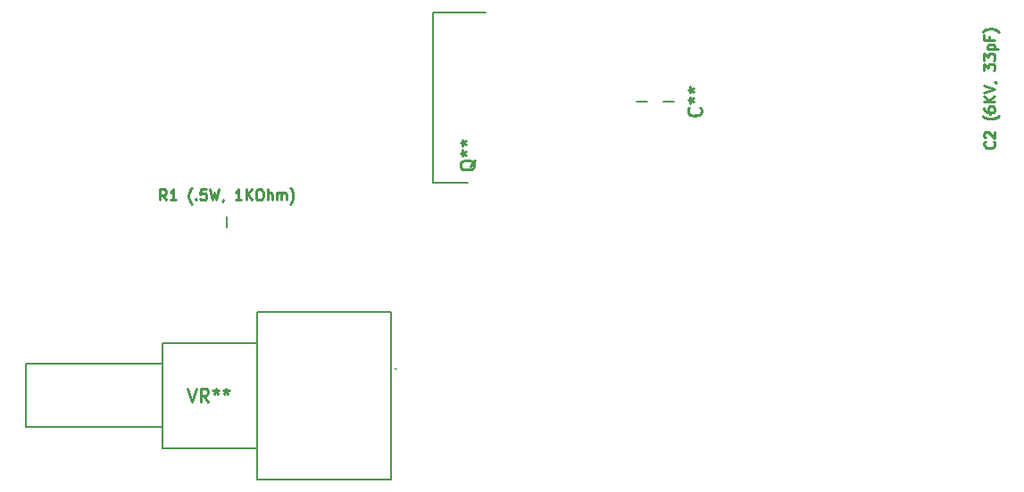
<source format=gto>
%TF.GenerationSoftware,KiCad,Pcbnew,5.1.9+dfsg1-1+deb11u1*%
%TF.CreationDate,2023-05-03T00:18:42-05:00*%
%TF.ProjectId,PCB Test Design,50434220-5465-4737-9420-44657369676e,rev?*%
%TF.SameCoordinates,Original*%
%TF.FileFunction,Legend,Top*%
%TF.FilePolarity,Positive*%
%FSLAX46Y46*%
G04 Gerber Fmt 4.6, Leading zero omitted, Abs format (unit mm)*
G04 Created by KiCad (PCBNEW 5.1.9+dfsg1-1+deb11u1) date 2023-05-03 00:18:42*
%MOMM*%
%LPD*%
G01*
G04 APERTURE LIST*
%ADD10C,0.254000*%
%ADD11C,0.200000*%
%ADD12C,0.100000*%
%ADD13C,0.250000*%
G04 APERTURE END LIST*
D10*
%TO.C, *%
X154990000Y-80010000D02*
G75*
G03*
X154990000Y-80010000I-50000J0D01*
G01*
%TO.C,C2 (6KV\u002C 33pF)*%
X182930000Y-80010000D02*
G75*
G03*
X182930000Y-80010000I-50000J0D01*
G01*
D11*
%TO.C, *%
X150385000Y-78740000D02*
X149335000Y-78740000D01*
%TO.C,C\u002A\u002A*%
X152925000Y-78740000D02*
X151875000Y-78740000D01*
X152925000Y-78740000D02*
X151875000Y-78740000D01*
%TO.C,R1 (.5W\u002C 1KOhm)*%
X110490000Y-89645000D02*
X110490000Y-90695000D01*
%TO.C,VR\u002A\u002A*%
X126110000Y-114620000D02*
X113410000Y-114620000D01*
X113410000Y-114620000D02*
X113410000Y-98740000D01*
X113410000Y-98740000D02*
X126110000Y-98740000D01*
X126110000Y-98740000D02*
X126110000Y-114620000D01*
X113410000Y-111680000D02*
X104410000Y-111680000D01*
X104410000Y-111680000D02*
X104410000Y-101680000D01*
X104410000Y-101680000D02*
X113410000Y-101680000D01*
X113410000Y-101680000D02*
X113410000Y-111680000D01*
X104410000Y-109680000D02*
X91410000Y-109680000D01*
X91410000Y-109680000D02*
X91410000Y-103680000D01*
X91410000Y-103680000D02*
X104410000Y-103680000D01*
X104410000Y-103680000D02*
X104410000Y-109680000D01*
D12*
X126560000Y-104140000D02*
X126560000Y-104140000D01*
X126460000Y-104140000D02*
X126460000Y-104140000D01*
X126460000Y-104140000D02*
G75*
G02*
X126560000Y-104140000I50000J0D01*
G01*
X126560000Y-104140000D02*
G75*
G02*
X126460000Y-104140000I-50000J0D01*
G01*
D11*
%TO.C,Q\u002A\u002A*%
X130075000Y-86470000D02*
X133350000Y-86470000D01*
X130075000Y-70270000D02*
X130075000Y-86470000D01*
X135075000Y-70270000D02*
X130075000Y-70270000D01*
%TO.C, *%
D10*
%TO.C,C2 (6KV\u002C 33pF)*%
D13*
X183237142Y-82541428D02*
X183284761Y-82589047D01*
X183332380Y-82731904D01*
X183332380Y-82827142D01*
X183284761Y-82970000D01*
X183189523Y-83065238D01*
X183094285Y-83112857D01*
X182903809Y-83160476D01*
X182760952Y-83160476D01*
X182570476Y-83112857D01*
X182475238Y-83065238D01*
X182380000Y-82970000D01*
X182332380Y-82827142D01*
X182332380Y-82731904D01*
X182380000Y-82589047D01*
X182427619Y-82541428D01*
X182427619Y-82160476D02*
X182380000Y-82112857D01*
X182332380Y-82017619D01*
X182332380Y-81779523D01*
X182380000Y-81684285D01*
X182427619Y-81636666D01*
X182522857Y-81589047D01*
X182618095Y-81589047D01*
X182760952Y-81636666D01*
X183332380Y-82208095D01*
X183332380Y-81589047D01*
X183713333Y-80112857D02*
X183665714Y-80160476D01*
X183522857Y-80255714D01*
X183427619Y-80303333D01*
X183284761Y-80350952D01*
X183046666Y-80398571D01*
X182856190Y-80398571D01*
X182618095Y-80350952D01*
X182475238Y-80303333D01*
X182380000Y-80255714D01*
X182237142Y-80160476D01*
X182189523Y-80112857D01*
X182332380Y-79303333D02*
X182332380Y-79493809D01*
X182380000Y-79589047D01*
X182427619Y-79636666D01*
X182570476Y-79731904D01*
X182760952Y-79779523D01*
X183141904Y-79779523D01*
X183237142Y-79731904D01*
X183284761Y-79684285D01*
X183332380Y-79589047D01*
X183332380Y-79398571D01*
X183284761Y-79303333D01*
X183237142Y-79255714D01*
X183141904Y-79208095D01*
X182903809Y-79208095D01*
X182808571Y-79255714D01*
X182760952Y-79303333D01*
X182713333Y-79398571D01*
X182713333Y-79589047D01*
X182760952Y-79684285D01*
X182808571Y-79731904D01*
X182903809Y-79779523D01*
X183332380Y-78779523D02*
X182332380Y-78779523D01*
X183332380Y-78208095D02*
X182760952Y-78636666D01*
X182332380Y-78208095D02*
X182903809Y-78779523D01*
X182332380Y-77922380D02*
X183332380Y-77589047D01*
X182332380Y-77255714D01*
X183284761Y-76874761D02*
X183332380Y-76874761D01*
X183427619Y-76922380D01*
X183475238Y-76970000D01*
X182332380Y-75779523D02*
X182332380Y-75160476D01*
X182713333Y-75493809D01*
X182713333Y-75350952D01*
X182760952Y-75255714D01*
X182808571Y-75208095D01*
X182903809Y-75160476D01*
X183141904Y-75160476D01*
X183237142Y-75208095D01*
X183284761Y-75255714D01*
X183332380Y-75350952D01*
X183332380Y-75636666D01*
X183284761Y-75731904D01*
X183237142Y-75779523D01*
X182332380Y-74827142D02*
X182332380Y-74208095D01*
X182713333Y-74541428D01*
X182713333Y-74398571D01*
X182760952Y-74303333D01*
X182808571Y-74255714D01*
X182903809Y-74208095D01*
X183141904Y-74208095D01*
X183237142Y-74255714D01*
X183284761Y-74303333D01*
X183332380Y-74398571D01*
X183332380Y-74684285D01*
X183284761Y-74779523D01*
X183237142Y-74827142D01*
X182665714Y-73779523D02*
X183665714Y-73779523D01*
X182713333Y-73779523D02*
X182665714Y-73684285D01*
X182665714Y-73493809D01*
X182713333Y-73398571D01*
X182760952Y-73350952D01*
X182856190Y-73303333D01*
X183141904Y-73303333D01*
X183237142Y-73350952D01*
X183284761Y-73398571D01*
X183332380Y-73493809D01*
X183332380Y-73684285D01*
X183284761Y-73779523D01*
X182808571Y-72541428D02*
X182808571Y-72874761D01*
X183332380Y-72874761D02*
X182332380Y-72874761D01*
X182332380Y-72398571D01*
X183713333Y-72112857D02*
X183665714Y-72065238D01*
X183522857Y-71970000D01*
X183427619Y-71922380D01*
X183284761Y-71874761D01*
X183046666Y-71827142D01*
X182856190Y-71827142D01*
X182618095Y-71874761D01*
X182475238Y-71922380D01*
X182380000Y-71970000D01*
X182237142Y-72065238D01*
X182189523Y-72112857D01*
%TO.C, *%
D10*
%TO.C,C\u002A\u002A*%
X155393571Y-79314523D02*
X155454047Y-79375000D01*
X155514523Y-79556428D01*
X155514523Y-79677380D01*
X155454047Y-79858809D01*
X155333095Y-79979761D01*
X155212142Y-80040238D01*
X154970238Y-80100714D01*
X154788809Y-80100714D01*
X154546904Y-80040238D01*
X154425952Y-79979761D01*
X154305000Y-79858809D01*
X154244523Y-79677380D01*
X154244523Y-79556428D01*
X154305000Y-79375000D01*
X154365476Y-79314523D01*
X154244523Y-78588809D02*
X154546904Y-78588809D01*
X154425952Y-78891190D02*
X154546904Y-78588809D01*
X154425952Y-78286428D01*
X154788809Y-78770238D02*
X154546904Y-78588809D01*
X154788809Y-78407380D01*
X154244523Y-77621190D02*
X154546904Y-77621190D01*
X154425952Y-77923571D02*
X154546904Y-77621190D01*
X154425952Y-77318809D01*
X154788809Y-77802619D02*
X154546904Y-77621190D01*
X154788809Y-77439761D01*
X155393571Y-79314523D02*
X155454047Y-79375000D01*
X155514523Y-79556428D01*
X155514523Y-79677380D01*
X155454047Y-79858809D01*
X155333095Y-79979761D01*
X155212142Y-80040238D01*
X154970238Y-80100714D01*
X154788809Y-80100714D01*
X154546904Y-80040238D01*
X154425952Y-79979761D01*
X154305000Y-79858809D01*
X154244523Y-79677380D01*
X154244523Y-79556428D01*
X154305000Y-79375000D01*
X154365476Y-79314523D01*
X154244523Y-78588809D02*
X154546904Y-78588809D01*
X154425952Y-78891190D02*
X154546904Y-78588809D01*
X154425952Y-78286428D01*
X154788809Y-78770238D02*
X154546904Y-78588809D01*
X154788809Y-78407380D01*
X154244523Y-77621190D02*
X154546904Y-77621190D01*
X154425952Y-77923571D02*
X154546904Y-77621190D01*
X154425952Y-77318809D01*
X154788809Y-77802619D02*
X154546904Y-77621190D01*
X154788809Y-77439761D01*
%TO.C,R1 (.5W\u002C 1KOhm)*%
D13*
X104751904Y-88082380D02*
X104418571Y-87606190D01*
X104180476Y-88082380D02*
X104180476Y-87082380D01*
X104561428Y-87082380D01*
X104656666Y-87130000D01*
X104704285Y-87177619D01*
X104751904Y-87272857D01*
X104751904Y-87415714D01*
X104704285Y-87510952D01*
X104656666Y-87558571D01*
X104561428Y-87606190D01*
X104180476Y-87606190D01*
X105704285Y-88082380D02*
X105132857Y-88082380D01*
X105418571Y-88082380D02*
X105418571Y-87082380D01*
X105323333Y-87225238D01*
X105228095Y-87320476D01*
X105132857Y-87368095D01*
X107180476Y-88463333D02*
X107132857Y-88415714D01*
X107037619Y-88272857D01*
X106990000Y-88177619D01*
X106942380Y-88034761D01*
X106894761Y-87796666D01*
X106894761Y-87606190D01*
X106942380Y-87368095D01*
X106990000Y-87225238D01*
X107037619Y-87130000D01*
X107132857Y-86987142D01*
X107180476Y-86939523D01*
X107561428Y-87987142D02*
X107609047Y-88034761D01*
X107561428Y-88082380D01*
X107513809Y-88034761D01*
X107561428Y-87987142D01*
X107561428Y-88082380D01*
X108513809Y-87082380D02*
X108037619Y-87082380D01*
X107990000Y-87558571D01*
X108037619Y-87510952D01*
X108132857Y-87463333D01*
X108370952Y-87463333D01*
X108466190Y-87510952D01*
X108513809Y-87558571D01*
X108561428Y-87653809D01*
X108561428Y-87891904D01*
X108513809Y-87987142D01*
X108466190Y-88034761D01*
X108370952Y-88082380D01*
X108132857Y-88082380D01*
X108037619Y-88034761D01*
X107990000Y-87987142D01*
X108894761Y-87082380D02*
X109132857Y-88082380D01*
X109323333Y-87368095D01*
X109513809Y-88082380D01*
X109751904Y-87082380D01*
X110180476Y-88034761D02*
X110180476Y-88082380D01*
X110132857Y-88177619D01*
X110085238Y-88225238D01*
X111894761Y-88082380D02*
X111323333Y-88082380D01*
X111609047Y-88082380D02*
X111609047Y-87082380D01*
X111513809Y-87225238D01*
X111418571Y-87320476D01*
X111323333Y-87368095D01*
X112323333Y-88082380D02*
X112323333Y-87082380D01*
X112894761Y-88082380D02*
X112466190Y-87510952D01*
X112894761Y-87082380D02*
X112323333Y-87653809D01*
X113513809Y-87082380D02*
X113704285Y-87082380D01*
X113799523Y-87130000D01*
X113894761Y-87225238D01*
X113942380Y-87415714D01*
X113942380Y-87749047D01*
X113894761Y-87939523D01*
X113799523Y-88034761D01*
X113704285Y-88082380D01*
X113513809Y-88082380D01*
X113418571Y-88034761D01*
X113323333Y-87939523D01*
X113275714Y-87749047D01*
X113275714Y-87415714D01*
X113323333Y-87225238D01*
X113418571Y-87130000D01*
X113513809Y-87082380D01*
X114370952Y-88082380D02*
X114370952Y-87082380D01*
X114799523Y-88082380D02*
X114799523Y-87558571D01*
X114751904Y-87463333D01*
X114656666Y-87415714D01*
X114513809Y-87415714D01*
X114418571Y-87463333D01*
X114370952Y-87510952D01*
X115275714Y-88082380D02*
X115275714Y-87415714D01*
X115275714Y-87510952D02*
X115323333Y-87463333D01*
X115418571Y-87415714D01*
X115561428Y-87415714D01*
X115656666Y-87463333D01*
X115704285Y-87558571D01*
X115704285Y-88082380D01*
X115704285Y-87558571D02*
X115751904Y-87463333D01*
X115847142Y-87415714D01*
X115990000Y-87415714D01*
X116085238Y-87463333D01*
X116132857Y-87558571D01*
X116132857Y-88082380D01*
X116513809Y-88463333D02*
X116561428Y-88415714D01*
X116656666Y-88272857D01*
X116704285Y-88177619D01*
X116751904Y-88034761D01*
X116799523Y-87796666D01*
X116799523Y-87606190D01*
X116751904Y-87368095D01*
X116704285Y-87225238D01*
X116656666Y-87130000D01*
X116561428Y-86987142D01*
X116513809Y-86939523D01*
%TO.C,VR\u002A\u002A*%
D10*
X106734047Y-105984523D02*
X107157380Y-107254523D01*
X107580714Y-105984523D01*
X108729761Y-107254523D02*
X108306428Y-106649761D01*
X108004047Y-107254523D02*
X108004047Y-105984523D01*
X108487857Y-105984523D01*
X108608809Y-106045000D01*
X108669285Y-106105476D01*
X108729761Y-106226428D01*
X108729761Y-106407857D01*
X108669285Y-106528809D01*
X108608809Y-106589285D01*
X108487857Y-106649761D01*
X108004047Y-106649761D01*
X109455476Y-105984523D02*
X109455476Y-106286904D01*
X109153095Y-106165952D02*
X109455476Y-106286904D01*
X109757857Y-106165952D01*
X109274047Y-106528809D02*
X109455476Y-106286904D01*
X109636904Y-106528809D01*
X110423095Y-105984523D02*
X110423095Y-106286904D01*
X110120714Y-106165952D02*
X110423095Y-106286904D01*
X110725476Y-106165952D01*
X110241666Y-106528809D02*
X110423095Y-106286904D01*
X110604523Y-106528809D01*
%TO.C,Q\u002A\u002A*%
X134045476Y-84303809D02*
X133985000Y-84424761D01*
X133864047Y-84545714D01*
X133682619Y-84727142D01*
X133622142Y-84848095D01*
X133622142Y-84969047D01*
X133924523Y-84908571D02*
X133864047Y-85029523D01*
X133743095Y-85150476D01*
X133501190Y-85210952D01*
X133077857Y-85210952D01*
X132835952Y-85150476D01*
X132715000Y-85029523D01*
X132654523Y-84908571D01*
X132654523Y-84666666D01*
X132715000Y-84545714D01*
X132835952Y-84424761D01*
X133077857Y-84364285D01*
X133501190Y-84364285D01*
X133743095Y-84424761D01*
X133864047Y-84545714D01*
X133924523Y-84666666D01*
X133924523Y-84908571D01*
X132654523Y-83638571D02*
X132956904Y-83638571D01*
X132835952Y-83940952D02*
X132956904Y-83638571D01*
X132835952Y-83336190D01*
X133198809Y-83820000D02*
X132956904Y-83638571D01*
X133198809Y-83457142D01*
X132654523Y-82670952D02*
X132956904Y-82670952D01*
X132835952Y-82973333D02*
X132956904Y-82670952D01*
X132835952Y-82368571D01*
X133198809Y-82852380D02*
X132956904Y-82670952D01*
X133198809Y-82489523D01*
%TD*%
M02*

</source>
